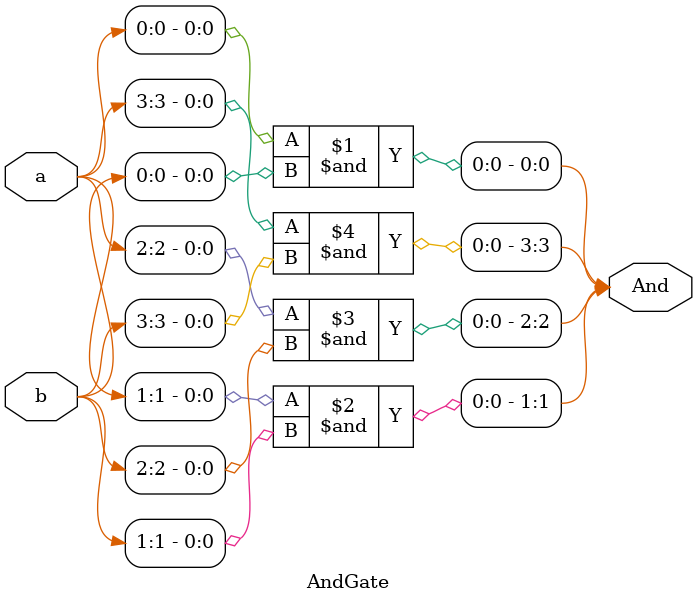
<source format=v>
module AndGate(input [3:0]a,b,output [3:0]And);
//and gate for every bit in a with every bit in b 

and(And[0],a[0],b[0]);
and(And[1],a[1],b[1]);
and(And[2],a[2],b[2]);
and(And[3],a[3],b[3]);
//shaimaa Dar taha
endmodule 
</source>
